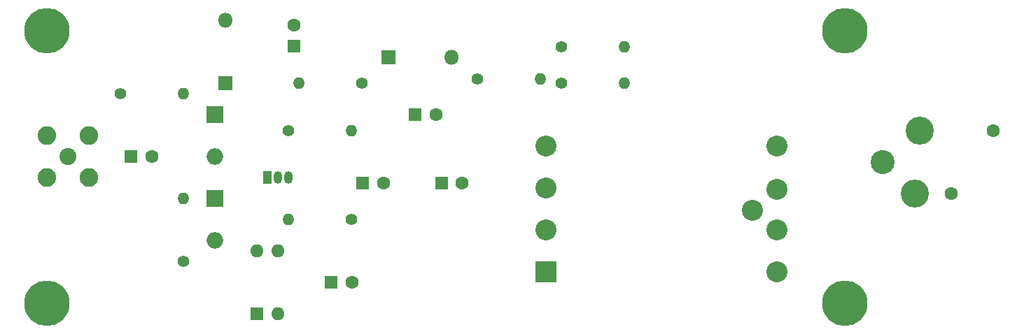
<source format=gbr>
%TF.GenerationSoftware,KiCad,Pcbnew,(6.0.4)*%
%TF.CreationDate,2022-04-22T11:51:35+02:00*%
%TF.ProjectId,ECM_Preamp,45434d5f-5072-4656-916d-702e6b696361,rev?*%
%TF.SameCoordinates,Original*%
%TF.FileFunction,Soldermask,Bot*%
%TF.FilePolarity,Negative*%
%FSLAX46Y46*%
G04 Gerber Fmt 4.6, Leading zero omitted, Abs format (unit mm)*
G04 Created by KiCad (PCBNEW (6.0.4)) date 2022-04-22 11:51:35*
%MOMM*%
%LPD*%
G01*
G04 APERTURE LIST*
%ADD10C,1.400000*%
%ADD11O,1.400000X1.400000*%
%ADD12R,1.600000X1.600000*%
%ADD13C,1.600000*%
%ADD14R,1.800000X1.800000*%
%ADD15O,1.800000X1.800000*%
%ADD16C,5.500000*%
%ADD17O,1.600000X1.600000*%
%ADD18C,2.050000*%
%ADD19C,2.250000*%
%ADD20R,2.000000X2.000000*%
%ADD21O,2.000000X2.000000*%
%ADD22R,1.050000X1.500000*%
%ADD23O,1.050000X1.500000*%
%ADD24R,2.540000X2.540000*%
%ADD25C,2.540000*%
%ADD26C,3.400000*%
%ADD27C,2.900000*%
G04 APERTURE END LIST*
D10*
%TO.C,R3*%
X68580000Y-36830000D03*
D11*
X60960000Y-36830000D03*
%TD*%
D12*
%TO.C,C4*%
X68644888Y-48895000D03*
D13*
X71144888Y-48895000D03*
%TD*%
D14*
%TO.C,D1*%
X52070000Y-36830000D03*
D15*
X52070000Y-29210000D03*
%TD*%
D10*
%TO.C,R4*%
X59690000Y-42545000D03*
D11*
X67310000Y-42545000D03*
%TD*%
D12*
%TO.C,C1*%
X40640000Y-45720000D03*
D13*
X43140000Y-45720000D03*
%TD*%
D16*
%TO.C,REF\u002A\u002A*%
X127000000Y-30480000D03*
%TD*%
%TO.C,REF\u002A\u002A*%
X127000000Y-63500000D03*
%TD*%
D12*
%TO.C,SW1*%
X55875000Y-64760000D03*
D17*
X58415000Y-64760000D03*
X58415000Y-57140000D03*
X55875000Y-57140000D03*
%TD*%
D18*
%TO.C,J1*%
X33020000Y-45720000D03*
D19*
X30480000Y-43180000D03*
X35560000Y-48260000D03*
X35560000Y-43180000D03*
X30480000Y-48260000D03*
%TD*%
D20*
%TO.C,D2*%
X50800000Y-40640000D03*
D21*
X50800000Y-45720000D03*
%TD*%
D22*
%TO.C,Q1*%
X57150000Y-48260000D03*
D23*
X58420000Y-48260000D03*
X59690000Y-48260000D03*
%TD*%
D12*
%TO.C,C5*%
X78169888Y-48895000D03*
D13*
X80669888Y-48895000D03*
%TD*%
D10*
%TO.C,R1*%
X39370000Y-38100000D03*
D11*
X46990000Y-38100000D03*
%TD*%
D10*
%TO.C,R7*%
X92710000Y-32385000D03*
D11*
X100330000Y-32385000D03*
%TD*%
D16*
%TO.C,REF\u002A\u002A*%
X30480000Y-63500000D03*
%TD*%
D12*
%TO.C,C6*%
X74994887Y-40640000D03*
D13*
X77494887Y-40640000D03*
%TD*%
D12*
%TO.C,C2*%
X60325000Y-32320112D03*
D13*
X60325000Y-29820112D03*
%TD*%
D16*
%TO.C,REF\u002A\u002A*%
X30480000Y-30480000D03*
%TD*%
D10*
%TO.C,R5*%
X67310000Y-53340000D03*
D11*
X59690000Y-53340000D03*
%TD*%
D14*
%TO.C,D4*%
X71755000Y-33655000D03*
D15*
X79375000Y-33655000D03*
%TD*%
D10*
%TO.C,R2*%
X46990000Y-58420000D03*
D11*
X46990000Y-50800000D03*
%TD*%
D24*
%TO.C,TR1*%
X90805000Y-59690000D03*
D25*
X90805000Y-54610000D03*
X90805000Y-49530000D03*
X90805000Y-44450000D03*
X118745000Y-59690000D03*
X118745000Y-54610000D03*
X118745000Y-49690000D03*
X118745000Y-44450000D03*
X115805000Y-52190000D03*
%TD*%
D20*
%TO.C,D3*%
X50800000Y-50800000D03*
D21*
X50800000Y-55880000D03*
%TD*%
D10*
%TO.C,R8*%
X92710000Y-36830000D03*
D11*
X100330000Y-36830000D03*
%TD*%
D12*
%TO.C,C3*%
X64834888Y-60960000D03*
D13*
X67334888Y-60960000D03*
%TD*%
D10*
%TO.C,R6*%
X82550000Y-36322000D03*
D11*
X90170000Y-36322000D03*
%TD*%
D13*
%TO.C,J2*%
X139845000Y-50165000D03*
X144925000Y-42545000D03*
D26*
X136035000Y-42545000D03*
X135400000Y-50165000D03*
D27*
X131585000Y-46355000D03*
%TD*%
M02*

</source>
